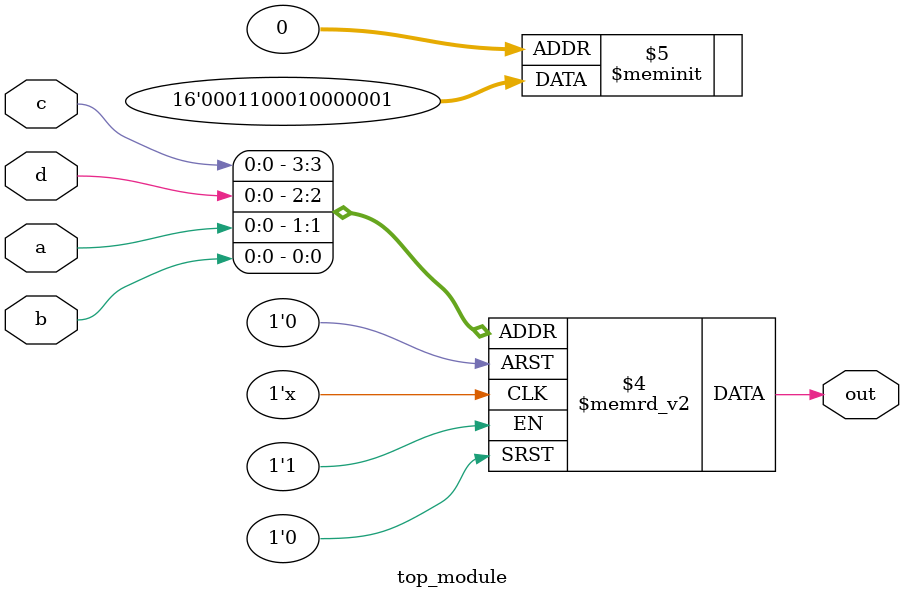
<source format=sv>
module top_module (
    input a,
    input b,
    input c,
    input d,
    output reg out
);

always @(*) begin
    case ({c, d, a, b})
        4'b0000, 4'b0111, 4'b1011, 4'b1100: out = 1'b1;
        4'b0001, 4'b0110, 4'b1010, 4'b1101: out = 1'b0;
        default: out = 1'b0;
    endcase
end

endmodule

</source>
